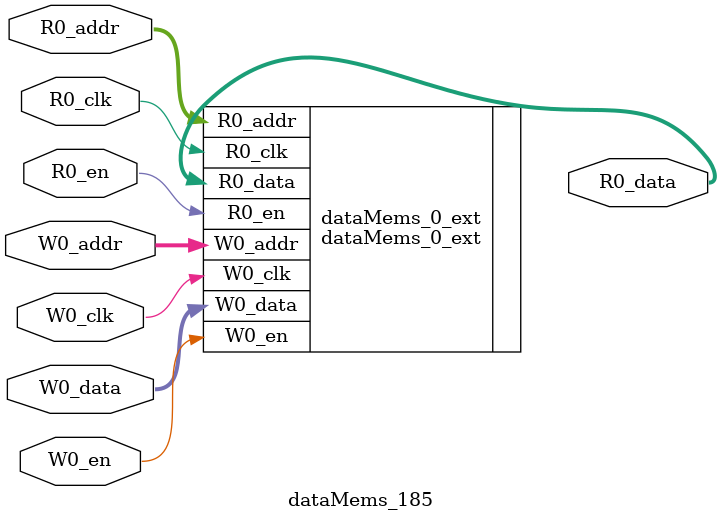
<source format=sv>
`ifndef RANDOMIZE
  `ifdef RANDOMIZE_REG_INIT
    `define RANDOMIZE
  `endif // RANDOMIZE_REG_INIT
`endif // not def RANDOMIZE
`ifndef RANDOMIZE
  `ifdef RANDOMIZE_MEM_INIT
    `define RANDOMIZE
  `endif // RANDOMIZE_MEM_INIT
`endif // not def RANDOMIZE

`ifndef RANDOM
  `define RANDOM $random
`endif // not def RANDOM

// Users can define 'PRINTF_COND' to add an extra gate to prints.
`ifndef PRINTF_COND_
  `ifdef PRINTF_COND
    `define PRINTF_COND_ (`PRINTF_COND)
  `else  // PRINTF_COND
    `define PRINTF_COND_ 1
  `endif // PRINTF_COND
`endif // not def PRINTF_COND_

// Users can define 'ASSERT_VERBOSE_COND' to add an extra gate to assert error printing.
`ifndef ASSERT_VERBOSE_COND_
  `ifdef ASSERT_VERBOSE_COND
    `define ASSERT_VERBOSE_COND_ (`ASSERT_VERBOSE_COND)
  `else  // ASSERT_VERBOSE_COND
    `define ASSERT_VERBOSE_COND_ 1
  `endif // ASSERT_VERBOSE_COND
`endif // not def ASSERT_VERBOSE_COND_

// Users can define 'STOP_COND' to add an extra gate to stop conditions.
`ifndef STOP_COND_
  `ifdef STOP_COND
    `define STOP_COND_ (`STOP_COND)
  `else  // STOP_COND
    `define STOP_COND_ 1
  `endif // STOP_COND
`endif // not def STOP_COND_

// Users can define INIT_RANDOM as general code that gets injected into the
// initializer block for modules with registers.
`ifndef INIT_RANDOM
  `define INIT_RANDOM
`endif // not def INIT_RANDOM

// If using random initialization, you can also define RANDOMIZE_DELAY to
// customize the delay used, otherwise 0.002 is used.
`ifndef RANDOMIZE_DELAY
  `define RANDOMIZE_DELAY 0.002
`endif // not def RANDOMIZE_DELAY

// Define INIT_RANDOM_PROLOG_ for use in our modules below.
`ifndef INIT_RANDOM_PROLOG_
  `ifdef RANDOMIZE
    `ifdef VERILATOR
      `define INIT_RANDOM_PROLOG_ `INIT_RANDOM
    `else  // VERILATOR
      `define INIT_RANDOM_PROLOG_ `INIT_RANDOM #`RANDOMIZE_DELAY begin end
    `endif // VERILATOR
  `else  // RANDOMIZE
    `define INIT_RANDOM_PROLOG_
  `endif // RANDOMIZE
`endif // not def INIT_RANDOM_PROLOG_

// Include register initializers in init blocks unless synthesis is set
`ifndef SYNTHESIS
  `ifndef ENABLE_INITIAL_REG_
    `define ENABLE_INITIAL_REG_
  `endif // not def ENABLE_INITIAL_REG_
`endif // not def SYNTHESIS

// Include rmemory initializers in init blocks unless synthesis is set
`ifndef SYNTHESIS
  `ifndef ENABLE_INITIAL_MEM_
    `define ENABLE_INITIAL_MEM_
  `endif // not def ENABLE_INITIAL_MEM_
`endif // not def SYNTHESIS

module dataMems_185(	// @[generators/ara/src/main/scala/UnsafeAXI4ToTL.scala:365:62]
  input  [4:0]  R0_addr,
  input         R0_en,
  input         R0_clk,
  output [66:0] R0_data,
  input  [4:0]  W0_addr,
  input         W0_en,
  input         W0_clk,
  input  [66:0] W0_data
);

  dataMems_0_ext dataMems_0_ext (	// @[generators/ara/src/main/scala/UnsafeAXI4ToTL.scala:365:62]
    .R0_addr (R0_addr),
    .R0_en   (R0_en),
    .R0_clk  (R0_clk),
    .R0_data (R0_data),
    .W0_addr (W0_addr),
    .W0_en   (W0_en),
    .W0_clk  (W0_clk),
    .W0_data (W0_data)
  );
endmodule


</source>
